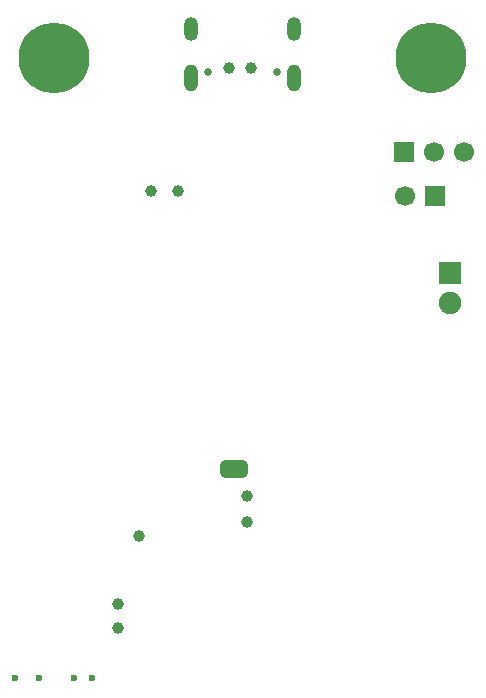
<source format=gbs>
G04 #@! TF.GenerationSoftware,KiCad,Pcbnew,9.0.7*
G04 #@! TF.CreationDate,2026-02-19T12:47:42+01:00*
G04 #@! TF.ProjectId,FishIoT,46697368-496f-4542-9e6b-696361645f70,version 26.0*
G04 #@! TF.SameCoordinates,Original*
G04 #@! TF.FileFunction,Soldermask,Bot*
G04 #@! TF.FilePolarity,Negative*
%FSLAX46Y46*%
G04 Gerber Fmt 4.6, Leading zero omitted, Abs format (unit mm)*
G04 Created by KiCad (PCBNEW 9.0.7) date 2026-02-19 12:47:42*
%MOMM*%
%LPD*%
G01*
G04 APERTURE LIST*
G04 Aperture macros list*
%AMRoundRect*
0 Rectangle with rounded corners*
0 $1 Rounding radius*
0 $2 $3 $4 $5 $6 $7 $8 $9 X,Y pos of 4 corners*
0 Add a 4 corners polygon primitive as box body*
4,1,4,$2,$3,$4,$5,$6,$7,$8,$9,$2,$3,0*
0 Add four circle primitives for the rounded corners*
1,1,$1+$1,$2,$3*
1,1,$1+$1,$4,$5*
1,1,$1+$1,$6,$7*
1,1,$1+$1,$8,$9*
0 Add four rect primitives between the rounded corners*
20,1,$1+$1,$2,$3,$4,$5,0*
20,1,$1+$1,$4,$5,$6,$7,0*
20,1,$1+$1,$6,$7,$8,$9,0*
20,1,$1+$1,$8,$9,$2,$3,0*%
%AMFreePoly0*
4,1,23,0.500000,-0.750000,0.000000,-0.750000,0.000000,-0.745722,-0.065263,-0.745722,-0.191342,-0.711940,-0.304381,-0.646677,-0.396677,-0.554381,-0.461940,-0.441342,-0.495722,-0.315263,-0.495722,-0.250000,-0.500000,-0.250000,-0.500000,0.250000,-0.495722,0.250000,-0.495722,0.315263,-0.461940,0.441342,-0.396677,0.554381,-0.304381,0.646677,-0.191342,0.711940,-0.065263,0.745722,0.000000,0.745722,
0.000000,0.750000,0.500000,0.750000,0.500000,-0.750000,0.500000,-0.750000,$1*%
%AMFreePoly1*
4,1,23,0.000000,0.745722,0.065263,0.745722,0.191342,0.711940,0.304381,0.646677,0.396677,0.554381,0.461940,0.441342,0.495722,0.315263,0.495722,0.250000,0.500000,0.250000,0.500000,-0.250000,0.495722,-0.250000,0.495722,-0.315263,0.461940,-0.441342,0.396677,-0.554381,0.304381,-0.646677,0.191342,-0.711940,0.065263,-0.745722,0.000000,-0.745722,0.000000,-0.750000,-0.500000,-0.750000,
-0.500000,0.750000,0.000000,0.750000,0.000000,0.745722,0.000000,0.745722,$1*%
G04 Aperture macros list end*
%ADD10R,1.700000X1.700000*%
%ADD11C,1.700000*%
%ADD12C,0.800000*%
%ADD13C,6.000000*%
%ADD14C,0.650000*%
%ADD15O,1.204000X2.304000*%
%ADD16O,1.204000X2.004000*%
%ADD17RoundRect,0.076200X0.877500X-0.877500X0.877500X0.877500X-0.877500X0.877500X-0.877500X-0.877500X0*%
%ADD18C,1.907400*%
%ADD19C,1.000000*%
%ADD20FreePoly0,0.000000*%
%ADD21FreePoly1,0.000000*%
%ADD22C,0.600000*%
G04 APERTURE END LIST*
G36*
X112628550Y-69550000D02*
G01*
X112928550Y-69550000D01*
X112928550Y-68050000D01*
X112628550Y-68050000D01*
X112628550Y-69550000D01*
G37*
D10*
X127210000Y-41984505D03*
D11*
X129750000Y-41984505D03*
X132290000Y-41984505D03*
D10*
X129790000Y-45734505D03*
D11*
X127250000Y-45734505D03*
D12*
X95250000Y-34000000D03*
X95909010Y-32409010D03*
X95909010Y-35590990D03*
X97500000Y-31750000D03*
D13*
X97500000Y-34000000D03*
D12*
X97500000Y-36250000D03*
X99090990Y-32409010D03*
X99090990Y-35590990D03*
X99750000Y-34000000D03*
D14*
X116390000Y-35215990D03*
X110610000Y-35215990D03*
D15*
X117820000Y-35715990D03*
X109180000Y-35715990D03*
D16*
X117820000Y-31535990D03*
X109180000Y-31535990D03*
D17*
X131100990Y-52204505D03*
D18*
X131100990Y-54744505D03*
D12*
X127250000Y-34000000D03*
X127909010Y-32409010D03*
X127909010Y-35590990D03*
X129500000Y-31750000D03*
D13*
X129500000Y-34000000D03*
D12*
X129500000Y-36250000D03*
X131090990Y-32409010D03*
X131090990Y-35590990D03*
X131750000Y-34000000D03*
D19*
X103000000Y-82250000D03*
X108000000Y-45250000D03*
X113900000Y-73300000D03*
D20*
X112128550Y-68800000D03*
D21*
X113428550Y-68800000D03*
D19*
X113900000Y-71100000D03*
X114200000Y-34900000D03*
X112400000Y-34900000D03*
X104750000Y-74471852D03*
X105750000Y-45250000D03*
X103000000Y-80250000D03*
D22*
X100750000Y-86500000D03*
X96250000Y-86500000D03*
X94250000Y-86500000D03*
X99210000Y-86500000D03*
M02*

</source>
